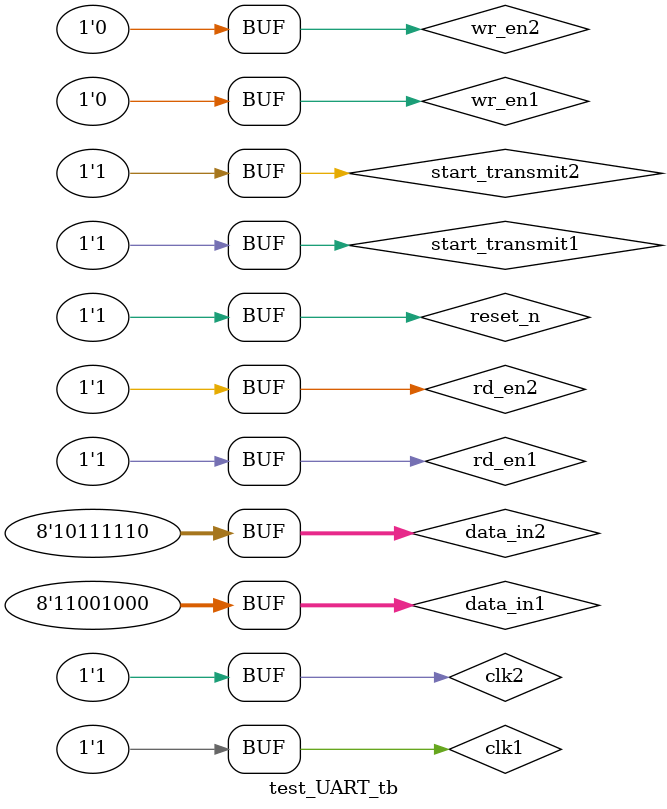
<source format=v>
module test_UART_tb (); 
reg clk1 , clk2 ;
reg reset_n ;
reg wr_en1 , wr_en2 ;
reg [7:0]data_in1 ,data_in2 ;
reg start_transmit1 , start_transmit2 ;
reg rd_en1 , rd_en2 ;
wire [7:0]data_out1 , data_out2 ;

test_UART UUT (
.clk1(clk1),
.clk2(clk2),
.reset_n(reset_n),
.wr_en1(wr_en1),
.wr_en2(wr_en2),
.data_in1(data_in1),
.data_in2(data_in2),
.start_transmit1(start_transmit1) ,
.start_transmit2(start_transmit2) ,
.rd_en1(rd_en1),
.rd_en2(rd_en2),
.data_out1(data_out1),
.data_out2(data_out2)
);

parameter T1 = 20 , T2 = 30 ;

always
begin
clk1 = 1'b0 ; #(T1/2)
clk1 = 1'b1 ; #(T1/2) ;
end

always
begin
clk2 = 1'b0 ; #(T2/2)
clk2 = 1'b1 ; #(T2/2) ;
end

initial   begin
reset_n = 1'b0 ;
wr_en1 = 1'b1 ;
wr_en2 = 1'b1 ;
rd_en1 = 1'b1 ;
rd_en2 = 1'b1 ;
start_transmit1 = 1'b1 ;
start_transmit2 = 1'b1 ;
 #5 ;
reset_n = 1'b1 ;
end

initial   begin
#5
data_in1 = 8'd20 ; #T1 
data_in1 = 8'd40 ; #T1
data_in1 = 8'd60 ; #T1
data_in1 = 8'd80 ; #T1
data_in1 = 8'd100 ; #T1
data_in1 = 8'd120 ; #T1
data_in1 = 8'd140 ; #T1
data_in1 = 8'd160 ; #T1
data_in1 = 8'd180 ; #T1
data_in1 = 8'd200 ; #T1
wr_en1 = 1'b0 ;
end

initial   begin
#5
data_in2 = 8'd10 ; #T2 ;
data_in2 = 8'd30 ; #T2
data_in2 = 8'd50 ; #T2
data_in2 = 8'd70 ; #T2
data_in2 = 8'd90 ; #T2
data_in2 = 8'd110 ; #T2
data_in2 = 8'd130 ; #T2
data_in2 = 8'd150 ; #T2
data_in2 = 8'd170 ; #T2
data_in2 = 8'd190 ; #T2
wr_en2 = 1'b0 ;
end  

endmodule

</source>
